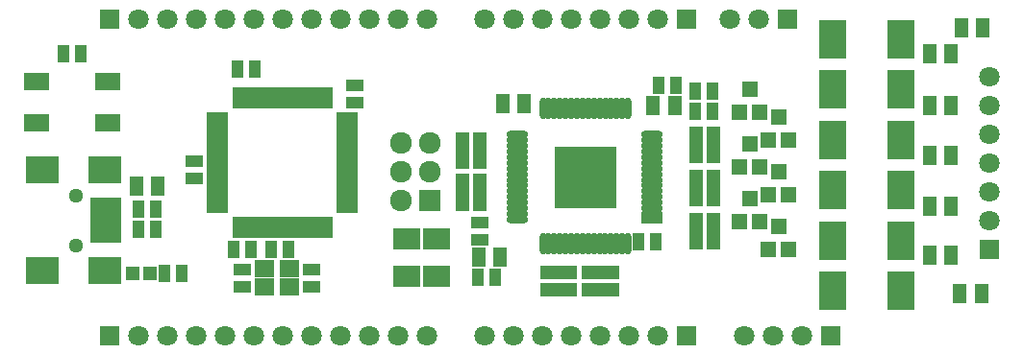
<source format=gts>
G04 (created by PCBNEW (2013-may-18)-stable) date Tue Apr  7 22:42:00 2015*
%MOIN*%
G04 Gerber Fmt 3.4, Leading zero omitted, Abs format*
%FSLAX34Y34*%
G01*
G70*
G90*
G04 APERTURE LIST*
%ADD10C,0.00393701*%
%ADD11R,0.094448X0.133848*%
%ADD12R,0.040748X0.060748*%
%ADD13R,0.106348X0.035448*%
%ADD14R,0.114148X0.094448*%
%ADD15C,0.051148*%
%ADD16R,0.031748X0.075748*%
%ADD17R,0.075748X0.031748*%
%ADD18R,0.051748X0.051748*%
%ADD19R,0.095748X0.075748*%
%ADD20R,0.050748X0.070748*%
%ADD21R,0.060748X0.040748*%
%ADD22R,0.070748X0.070748*%
%ADD23C,0.070748*%
%ADD24R,0.032748X0.045748*%
%ADD25R,0.045748X0.032748*%
%ADD26R,0.075748X0.075748*%
%ADD27C,0.075748*%
%ADD28R,0.047148X0.047148*%
%ADD29R,0.0708661X0.0629921*%
%ADD30R,0.085748X0.059248*%
%ADD31R,0.075748X0.025548*%
%ADD32O,0.075748X0.025548*%
%ADD33O,0.025548X0.075748*%
%ADD34R,0.216535X0.216535*%
G04 APERTURE END LIST*
G54D10*
G54D11*
X89928Y-46701D03*
X87566Y-46701D03*
X89928Y-44951D03*
X87566Y-44951D03*
X89928Y-43201D03*
X87566Y-43201D03*
X89928Y-41451D03*
X87566Y-41451D03*
X89928Y-39701D03*
X87566Y-39701D03*
X89928Y-48451D03*
X87566Y-48451D03*
G54D12*
X82817Y-41511D03*
X83417Y-41511D03*
X83417Y-42211D03*
X82817Y-42211D03*
G54D13*
X62358Y-45370D03*
X62358Y-45685D03*
X62358Y-46000D03*
X62358Y-46315D03*
X62358Y-46630D03*
G54D14*
X62319Y-44248D03*
X60154Y-44248D03*
X62319Y-47752D03*
X60154Y-47752D03*
G54D15*
X61335Y-45134D03*
X61335Y-46866D03*
G54D16*
X68500Y-41750D03*
X68185Y-41750D03*
X67870Y-41750D03*
X67555Y-41750D03*
X67240Y-41750D03*
X66925Y-41750D03*
X68815Y-41750D03*
X69130Y-41750D03*
X69445Y-41750D03*
X69760Y-41750D03*
X70075Y-41750D03*
X68500Y-46250D03*
X68185Y-46250D03*
X67870Y-46250D03*
X67555Y-46250D03*
X67240Y-46250D03*
X66925Y-46250D03*
X68815Y-46250D03*
X69130Y-46250D03*
X69445Y-46250D03*
X69760Y-46250D03*
X70075Y-46250D03*
G54D17*
X66250Y-44000D03*
X70750Y-44000D03*
X66250Y-44315D03*
X70750Y-44315D03*
X70750Y-44630D03*
X66250Y-44630D03*
X66250Y-44945D03*
X70750Y-44945D03*
X70750Y-45260D03*
X66250Y-45260D03*
X66250Y-45575D03*
X70750Y-45575D03*
X70750Y-43685D03*
X66250Y-43685D03*
X66250Y-43370D03*
X70750Y-43370D03*
X70750Y-43055D03*
X66250Y-43055D03*
X66250Y-42740D03*
X70750Y-42740D03*
X70750Y-42425D03*
X66250Y-42425D03*
G54D18*
X85047Y-42251D03*
X84347Y-42251D03*
X84697Y-41451D03*
X86047Y-43201D03*
X85347Y-43201D03*
X85697Y-42401D03*
X85047Y-44151D03*
X84347Y-44151D03*
X84697Y-43351D03*
X86047Y-45101D03*
X85347Y-45101D03*
X85697Y-44301D03*
X85047Y-46051D03*
X84347Y-46051D03*
X84697Y-45251D03*
X86047Y-47001D03*
X85347Y-47001D03*
X85697Y-46201D03*
G54D19*
X73850Y-46650D03*
X73850Y-47950D03*
G54D20*
X91672Y-45501D03*
X90922Y-45501D03*
X91672Y-43751D03*
X90922Y-43751D03*
X91672Y-47201D03*
X90922Y-47201D03*
X91672Y-42001D03*
X90922Y-42001D03*
X91672Y-40201D03*
X90922Y-40201D03*
X92772Y-39301D03*
X92022Y-39301D03*
X92722Y-48551D03*
X91972Y-48551D03*
X63425Y-44800D03*
X64175Y-44800D03*
X76882Y-41941D03*
X76132Y-41941D03*
X81342Y-42021D03*
X82092Y-42021D03*
X75285Y-47290D03*
X76035Y-47290D03*
G54D21*
X71000Y-41900D03*
X71000Y-41300D03*
G54D12*
X63500Y-46300D03*
X64100Y-46300D03*
X67550Y-40750D03*
X66950Y-40750D03*
G54D21*
X65450Y-44550D03*
X65450Y-43950D03*
G54D12*
X67400Y-47000D03*
X66800Y-47000D03*
X61500Y-40200D03*
X60900Y-40200D03*
X64400Y-47850D03*
X65000Y-47850D03*
G54D21*
X67100Y-48300D03*
X67100Y-47700D03*
X69500Y-47700D03*
X69500Y-48300D03*
G54D12*
X68700Y-47000D03*
X68100Y-47000D03*
X80837Y-46751D03*
X81437Y-46751D03*
X81547Y-41311D03*
X82147Y-41311D03*
X75260Y-47990D03*
X75860Y-47990D03*
G54D21*
X75327Y-46091D03*
X75327Y-46691D03*
G54D22*
X82497Y-50001D03*
G54D23*
X81497Y-50001D03*
X80497Y-50001D03*
X79497Y-50001D03*
X78497Y-50001D03*
X77497Y-50001D03*
X76497Y-50001D03*
X75497Y-50001D03*
G54D22*
X82497Y-39001D03*
G54D23*
X81497Y-39001D03*
X80497Y-39001D03*
X79497Y-39001D03*
X78497Y-39001D03*
X77497Y-39001D03*
X76497Y-39001D03*
X75497Y-39001D03*
G54D22*
X92997Y-47001D03*
G54D23*
X92997Y-46001D03*
X92997Y-45001D03*
X92997Y-44001D03*
X92997Y-43001D03*
X92997Y-42001D03*
X92997Y-41001D03*
G54D22*
X87497Y-50001D03*
G54D23*
X86497Y-50001D03*
X85497Y-50001D03*
X84497Y-50001D03*
G54D22*
X85997Y-39001D03*
G54D23*
X84997Y-39001D03*
X83997Y-39001D03*
G54D22*
X62500Y-50000D03*
G54D23*
X63500Y-50000D03*
X64500Y-50000D03*
X65500Y-50000D03*
X66500Y-50000D03*
X67500Y-50000D03*
X68500Y-50000D03*
X69500Y-50000D03*
X70500Y-50000D03*
X71500Y-50000D03*
X72500Y-50000D03*
X73500Y-50000D03*
G54D22*
X62500Y-39000D03*
G54D23*
X63500Y-39000D03*
X64500Y-39000D03*
X65500Y-39000D03*
X66500Y-39000D03*
X67500Y-39000D03*
X68500Y-39000D03*
X69500Y-39000D03*
X70500Y-39000D03*
X71500Y-39000D03*
X72500Y-39000D03*
X73500Y-39000D03*
G54D24*
X79360Y-48416D03*
X79360Y-47816D03*
X79674Y-48416D03*
X79674Y-47816D03*
X79045Y-48416D03*
X79989Y-48416D03*
X79989Y-47816D03*
X79045Y-47816D03*
X77920Y-48411D03*
X77920Y-47811D03*
X78234Y-48411D03*
X78234Y-47811D03*
X77605Y-48411D03*
X78549Y-48411D03*
X78549Y-47811D03*
X77605Y-47811D03*
G54D25*
X75347Y-43743D03*
X74747Y-43743D03*
X75347Y-43429D03*
X74747Y-43429D03*
X75347Y-44058D03*
X75347Y-43114D03*
X74747Y-43114D03*
X74747Y-44058D03*
X75347Y-45193D03*
X74747Y-45193D03*
X75347Y-44879D03*
X74747Y-44879D03*
X75347Y-45508D03*
X75347Y-44564D03*
X74747Y-44564D03*
X74747Y-45508D03*
X83427Y-43548D03*
X82827Y-43548D03*
X83427Y-43234D03*
X82827Y-43234D03*
X83427Y-43863D03*
X83427Y-42919D03*
X82827Y-42919D03*
X82827Y-43863D03*
X83427Y-45048D03*
X82827Y-45048D03*
X83427Y-44734D03*
X82827Y-44734D03*
X83427Y-45363D03*
X83427Y-44419D03*
X82827Y-44419D03*
X82827Y-45363D03*
X83427Y-46548D03*
X82827Y-46548D03*
X83427Y-46234D03*
X82827Y-46234D03*
X83427Y-46863D03*
X83427Y-45919D03*
X82827Y-45919D03*
X82827Y-46863D03*
G54D26*
X73600Y-45300D03*
G54D27*
X72600Y-45300D03*
X73600Y-44300D03*
X72600Y-44300D03*
X73600Y-43300D03*
X72600Y-43300D03*
G54D28*
X63895Y-47850D03*
X63305Y-47850D03*
G54D29*
X68733Y-47685D03*
X67866Y-47685D03*
X68733Y-48314D03*
X67866Y-48314D03*
G54D12*
X63500Y-45600D03*
X64100Y-45600D03*
G54D30*
X59975Y-41172D03*
X59975Y-42627D03*
X62425Y-41172D03*
X62425Y-42627D03*
G54D19*
X72800Y-46650D03*
X72800Y-47950D03*
G54D31*
X81308Y-45977D03*
G54D32*
X81308Y-45780D03*
X81308Y-45583D03*
X81308Y-45386D03*
X81308Y-45189D03*
X81308Y-44993D03*
X81308Y-44796D03*
X81308Y-44599D03*
X81308Y-44402D03*
X81308Y-44205D03*
X81308Y-44008D03*
X81308Y-43812D03*
X81308Y-43615D03*
X81308Y-43418D03*
X81308Y-43221D03*
X81308Y-43024D03*
G54D33*
X80473Y-42126D03*
X80276Y-42126D03*
X80079Y-42126D03*
X79882Y-42126D03*
X79685Y-42126D03*
X79489Y-42126D03*
X79292Y-42126D03*
X79095Y-42126D03*
X78898Y-42126D03*
X78701Y-42126D03*
X78504Y-42126D03*
X78308Y-42126D03*
X78111Y-42126D03*
X77914Y-42126D03*
X77717Y-42126D03*
X77520Y-42126D03*
G54D32*
X76622Y-43024D03*
X76622Y-43221D03*
X76622Y-43418D03*
X76622Y-43615D03*
X76622Y-43812D03*
X76622Y-44008D03*
X76622Y-44205D03*
X76622Y-44402D03*
X76622Y-44599D03*
X76622Y-44796D03*
X76622Y-44993D03*
X76622Y-45189D03*
X76622Y-45386D03*
X76622Y-45583D03*
X76622Y-45780D03*
X76622Y-45977D03*
G54D33*
X77520Y-46812D03*
X77717Y-46812D03*
X78111Y-46812D03*
X77914Y-46819D03*
X78308Y-46812D03*
X78504Y-46812D03*
X78701Y-46812D03*
X78898Y-46812D03*
X79095Y-46812D03*
X79292Y-46812D03*
X79486Y-46812D03*
X79683Y-46812D03*
X79880Y-46812D03*
X80077Y-46812D03*
X80273Y-46812D03*
X80470Y-46812D03*
G54D34*
X78997Y-44501D03*
M02*

</source>
